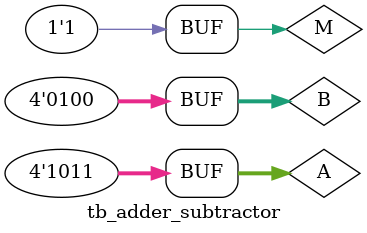
<source format=v>
`timescale 1ns / 1ps
module tb_adder_subtractor;

reg [3:0] A;
reg [3:0] B;
reg M;
wire [3:0] sum;
wire carryOut;

Adder_Subtractor uut(A, B, M, sum, carryOut);

initial begin
    A = 4'b1000;
    B = 4'b0001;
    M = 0; #100;
    
    A = 4'b0100;
    B = 4'b1001;
    M = 0; #100;
    
    A = 4'b0110;
    B = 4'b0011;
    M = 0; #100;
    
    
    A = 4'b1000;
    B = 4'b0101;
    M = 1; #100;
    
    A = 4'b0111;
    B = 4'b0010;
    M = 1; #100;
    
    A = 4'b1011;
    B = 4'b0100;
    M = 1; #100;
    
end

endmodule
</source>
